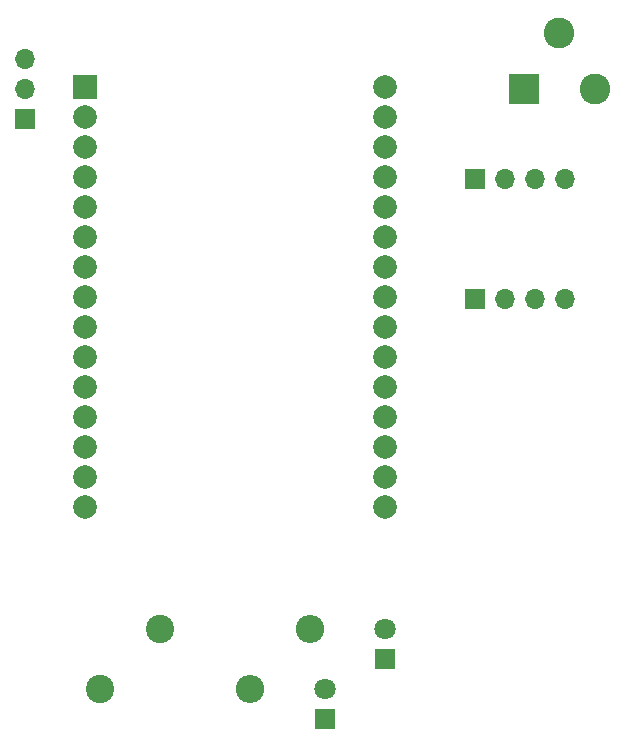
<source format=gbr>
%TF.GenerationSoftware,KiCad,Pcbnew,7.0.8*%
%TF.CreationDate,2023-11-27T10:02:50-05:00*%
%TF.ProjectId,Esquema KiCad Proyecto,45737175-656d-4612-904b-694361642050,rev?*%
%TF.SameCoordinates,Original*%
%TF.FileFunction,Copper,L1,Top*%
%TF.FilePolarity,Positive*%
%FSLAX46Y46*%
G04 Gerber Fmt 4.6, Leading zero omitted, Abs format (unit mm)*
G04 Created by KiCad (PCBNEW 7.0.8) date 2023-11-27 10:02:50*
%MOMM*%
%LPD*%
G01*
G04 APERTURE LIST*
%TA.AperFunction,ComponentPad*%
%ADD10R,2.000000X2.000000*%
%TD*%
%TA.AperFunction,ComponentPad*%
%ADD11C,2.000000*%
%TD*%
%TA.AperFunction,ComponentPad*%
%ADD12R,1.700000X1.700000*%
%TD*%
%TA.AperFunction,ComponentPad*%
%ADD13O,1.700000X1.700000*%
%TD*%
%TA.AperFunction,ComponentPad*%
%ADD14C,2.600000*%
%TD*%
%TA.AperFunction,ComponentPad*%
%ADD15R,2.600000X2.600000*%
%TD*%
%TA.AperFunction,ComponentPad*%
%ADD16C,1.800000*%
%TD*%
%TA.AperFunction,ComponentPad*%
%ADD17R,1.800000X1.800000*%
%TD*%
%TA.AperFunction,ComponentPad*%
%ADD18O,2.400000X2.400000*%
%TD*%
%TA.AperFunction,ComponentPad*%
%ADD19C,2.400000*%
%TD*%
%TA.AperFunction,Conductor*%
%ADD20C,1.300000*%
%TD*%
%TA.AperFunction,Conductor*%
%ADD21C,0.700000*%
%TD*%
G04 APERTURE END LIST*
D10*
%TO.P,U2,1,3V3*%
%TO.N,unconnected-(U2-3V3-Pad1)*%
X177835000Y-53180000D03*
D11*
%TO.P,U2,2,GND*%
%TO.N,GND*%
X177835000Y-55720000D03*
%TO.P,U2,3,D15*%
%TO.N,unconnected-(U2-D15-Pad3)*%
X177835000Y-58260000D03*
%TO.P,U2,4,D2*%
%TO.N,Q Led_Rojo*%
X177835000Y-60800000D03*
%TO.P,U2,5,D4*%
%TO.N,Q Led_Verde*%
X177835000Y-63340000D03*
%TO.P,U2,6,RX2*%
%TO.N,unconnected-(U2-RX2-Pad6)*%
X177835000Y-65880000D03*
%TO.P,U2,7,TX2*%
%TO.N,unconnected-(U2-TX2-Pad7)*%
X177835000Y-68420000D03*
%TO.P,U2,8,D5*%
%TO.N,Q PWM*%
X177835000Y-70960000D03*
%TO.P,U2,9,D18*%
%TO.N,unconnected-(U2-D18-Pad9)*%
X177835000Y-73500000D03*
%TO.P,U2,10,D19*%
%TO.N,unconnected-(U2-D19-Pad10)*%
X177835000Y-76040000D03*
%TO.P,U2,11,D21*%
%TO.N,unconnected-(U2-D21-Pad11)*%
X177835000Y-78580000D03*
%TO.P,U2,12,RX0*%
%TO.N,unconnected-(U2-RX0-Pad12)*%
X177835000Y-81120000D03*
%TO.P,U2,13,TX0*%
%TO.N,unconnected-(U2-TX0-Pad13)*%
X177835000Y-83660000D03*
%TO.P,U2,14,D22*%
%TO.N,unconnected-(U2-D22-Pad14)*%
X177835000Y-86200000D03*
%TO.P,U2,15,D23*%
%TO.N,unconnected-(U2-D23-Pad15)*%
X177835000Y-88740000D03*
%TO.P,U2,16,EN*%
%TO.N,unconnected-(U2-EN-Pad16)*%
X203235000Y-88740000D03*
%TO.P,U2,17,VP*%
%TO.N,unconnected-(U2-VP-Pad17)*%
X203235000Y-86200000D03*
%TO.P,U2,18,VN*%
%TO.N,unconnected-(U2-VN-Pad18)*%
X203235000Y-83660000D03*
%TO.P,U2,19,D34*%
%TO.N,unconnected-(U2-D34-Pad19)*%
X203235000Y-81120000D03*
%TO.P,U2,20,D35*%
%TO.N,unconnected-(U2-D35-Pad20)*%
X203235000Y-78580000D03*
%TO.P,U2,21,D32*%
%TO.N,Q TRIGGER 0*%
X203235000Y-76040000D03*
%TO.P,U2,22,D33*%
%TO.N,Q ECHO 0*%
X203235000Y-73500000D03*
%TO.P,U2,23,D25*%
%TO.N,unconnected-(U2-D25-Pad23)*%
X203235000Y-70960000D03*
%TO.P,U2,24,D26*%
%TO.N,unconnected-(U2-D26-Pad24)*%
X203235000Y-68420000D03*
%TO.P,U2,25,D27*%
%TO.N,unconnected-(U2-D27-Pad25)*%
X203235000Y-65880000D03*
%TO.P,U2,26,D14*%
%TO.N,Q TRIGGER 1*%
X203235000Y-63340000D03*
%TO.P,U2,27,D12*%
%TO.N,Q ECHO 1*%
X203235000Y-60800000D03*
%TO.P,U2,28,D13*%
%TO.N,unconnected-(U2-D13-Pad28)*%
X203235000Y-58260000D03*
%TO.P,U2,29,GND*%
%TO.N,GND*%
X203235000Y-55720000D03*
%TO.P,U2,30,VIN*%
%TO.N,+5V*%
X203235000Y-53180000D03*
%TD*%
D12*
%TO.P,J3,1,Pin_1*%
%TO.N,+5V*%
X210820000Y-60960000D03*
D13*
%TO.P,J3,2,Pin_2*%
%TO.N,Q TRIGGER 1*%
X213360000Y-60960000D03*
%TO.P,J3,3,Pin_3*%
%TO.N,Q ECHO 1*%
X215900000Y-60960000D03*
%TO.P,J3,4,Pin_4*%
%TO.N,GND*%
X218440000Y-60960000D03*
%TD*%
D14*
%TO.P,J2,3*%
%TO.N,N/C*%
X217980000Y-48640000D03*
%TO.P,J2,2*%
%TO.N,GND*%
X220980000Y-53340000D03*
D15*
%TO.P,J2,1*%
%TO.N,+5V*%
X214980000Y-53340000D03*
%TD*%
D12*
%TO.P,J1,1,Pin_1*%
%TO.N,+5V*%
X210820000Y-71120000D03*
D13*
%TO.P,J1,2,Pin_2*%
%TO.N,Q TRIGGER 0*%
X213360000Y-71120000D03*
%TO.P,J1,3,Pin_3*%
%TO.N,Q ECHO 0*%
X215900000Y-71120000D03*
%TO.P,J1,4,Pin_4*%
%TO.N,GND*%
X218440000Y-71120000D03*
%TD*%
D16*
%TO.P,D2,2,A*%
%TO.N,Net-(D2-A)*%
X203200000Y-99060000D03*
D17*
%TO.P,D2,1,K*%
%TO.N,GND*%
X203200000Y-101600000D03*
%TD*%
D12*
%TO.P,M1,1,PWM*%
%TO.N,Q PWM*%
X172720000Y-55880000D03*
D13*
%TO.P,M1,2,+*%
%TO.N,+5V*%
X172720000Y-53340000D03*
%TO.P,M1,3,-*%
%TO.N,GND*%
X172720000Y-50800000D03*
%TD*%
D16*
%TO.P,D1,2,A*%
%TO.N,Net-(D1-A)*%
X198120000Y-104140000D03*
D17*
%TO.P,D1,1,K*%
%TO.N,GND*%
X198120000Y-106680000D03*
%TD*%
D18*
%TO.P,R2,2*%
%TO.N,Net-(D2-A)*%
X196850000Y-99060000D03*
D19*
%TO.P,R2,1*%
%TO.N,Q Led_Rojo*%
X184150000Y-99060000D03*
%TD*%
D18*
%TO.P,R1,2*%
%TO.N,Net-(D1-A)*%
X191770000Y-104140000D03*
D19*
%TO.P,R1,1*%
%TO.N,Q Led_Verde*%
X179070000Y-104140000D03*
%TD*%
D20*
%TO.N,+5V*%
X210820000Y-60960000D02*
X210820000Y-60765000D01*
%TO.N,GND*%
X172720000Y-50800000D02*
X172720000Y-50993364D01*
X203200000Y-55720000D02*
X203235000Y-55720000D01*
X177446636Y-55720000D02*
X177835000Y-55720000D01*
D21*
%TO.N,Q TRIGGER 0*%
X203395000Y-76200000D02*
X203235000Y-76040000D01*
%TD*%
M02*

</source>
